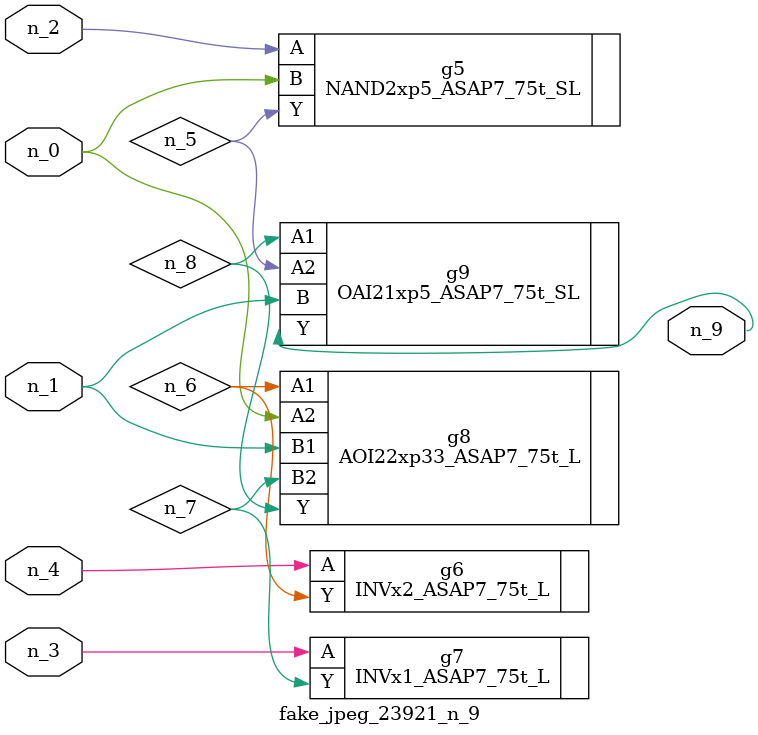
<source format=v>
module fake_jpeg_23921_n_9 (n_3, n_2, n_1, n_0, n_4, n_9);

input n_3;
input n_2;
input n_1;
input n_0;
input n_4;

output n_9;

wire n_8;
wire n_6;
wire n_5;
wire n_7;

NAND2xp5_ASAP7_75t_SL g5 ( 
.A(n_2),
.B(n_0),
.Y(n_5)
);

INVx2_ASAP7_75t_L g6 ( 
.A(n_4),
.Y(n_6)
);

INVx1_ASAP7_75t_L g7 ( 
.A(n_3),
.Y(n_7)
);

AOI22xp33_ASAP7_75t_L g8 ( 
.A1(n_6),
.A2(n_0),
.B1(n_1),
.B2(n_7),
.Y(n_8)
);

OAI21xp5_ASAP7_75t_SL g9 ( 
.A1(n_8),
.A2(n_5),
.B(n_1),
.Y(n_9)
);


endmodule
</source>
